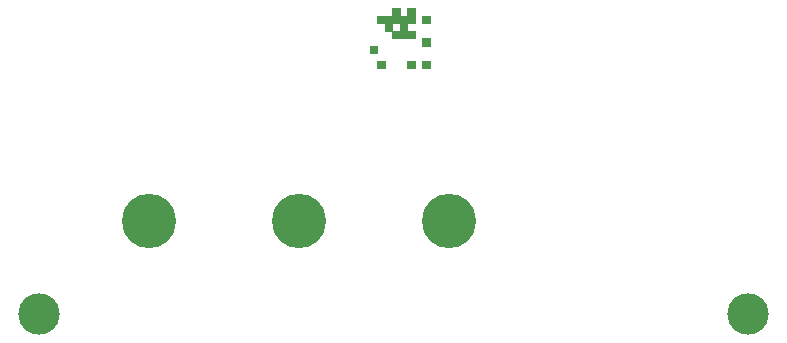
<source format=gbr>
%TF.GenerationSoftware,KiCad,Pcbnew,(5.1.12)-1*%
%TF.CreationDate,2022-02-28T21:35:26+00:00*%
%TF.ProjectId,RGBtoHDMI CDTV v2 - Face Plate - Lite,52474274-6f48-4444-9d49-204344545620,1*%
%TF.SameCoordinates,Original*%
%TF.FileFunction,Soldermask,Top*%
%TF.FilePolarity,Negative*%
%FSLAX46Y46*%
G04 Gerber Fmt 4.6, Leading zero omitted, Abs format (unit mm)*
G04 Created by KiCad (PCBNEW (5.1.12)-1) date 2022-02-28 21:35:26*
%MOMM*%
%LPD*%
G01*
G04 APERTURE LIST*
%ADD10C,0.100000*%
%ADD11C,4.600000*%
%ADD12C,3.500000*%
G04 APERTURE END LIST*
D10*
%TO.C,solarmon*%
G36*
X120650000Y-71170800D02*
G01*
X120015000Y-71170800D01*
X120015000Y-70535800D01*
X120650000Y-70535800D01*
X120650000Y-71170800D01*
G37*
X120650000Y-71170800D02*
X120015000Y-71170800D01*
X120015000Y-70535800D01*
X120650000Y-70535800D01*
X120650000Y-71170800D01*
G36*
X120650000Y-71805800D02*
G01*
X120015000Y-71805800D01*
X120015000Y-71170800D01*
X120650000Y-71170800D01*
X120650000Y-71805800D01*
G37*
X120650000Y-71805800D02*
X120015000Y-71805800D01*
X120015000Y-71170800D01*
X120650000Y-71170800D01*
X120650000Y-71805800D01*
G36*
X121285000Y-71805800D02*
G01*
X120650000Y-71805800D01*
X120650000Y-71170800D01*
X121285000Y-71170800D01*
X121285000Y-71805800D01*
G37*
X121285000Y-71805800D02*
X120650000Y-71805800D01*
X120650000Y-71170800D01*
X121285000Y-71170800D01*
X121285000Y-71805800D01*
G36*
X120015000Y-71805800D02*
G01*
X119380000Y-71805800D01*
X119380000Y-71170800D01*
X120015000Y-71170800D01*
X120015000Y-71805800D01*
G37*
X120015000Y-71805800D02*
X119380000Y-71805800D01*
X119380000Y-71170800D01*
X120015000Y-71170800D01*
X120015000Y-71805800D01*
G36*
X119380000Y-71170800D02*
G01*
X118745000Y-71170800D01*
X118745000Y-70535800D01*
X119380000Y-70535800D01*
X119380000Y-71170800D01*
G37*
X119380000Y-71170800D02*
X118745000Y-71170800D01*
X118745000Y-70535800D01*
X119380000Y-70535800D01*
X119380000Y-71170800D01*
G36*
X122555000Y-70535800D02*
G01*
X121920000Y-70535800D01*
X121920000Y-69900800D01*
X122555000Y-69900800D01*
X122555000Y-70535800D01*
G37*
X122555000Y-70535800D02*
X121920000Y-70535800D01*
X121920000Y-69900800D01*
X122555000Y-69900800D01*
X122555000Y-70535800D01*
G36*
X122555000Y-74345800D02*
G01*
X121920000Y-74345800D01*
X121920000Y-73710800D01*
X122555000Y-73710800D01*
X122555000Y-74345800D01*
G37*
X122555000Y-74345800D02*
X121920000Y-74345800D01*
X121920000Y-73710800D01*
X122555000Y-73710800D01*
X122555000Y-74345800D01*
G36*
X121285000Y-69900800D02*
G01*
X120650000Y-69900800D01*
X120650000Y-69265800D01*
X121285000Y-69265800D01*
X121285000Y-69900800D01*
G37*
X121285000Y-69900800D02*
X120650000Y-69900800D01*
X120650000Y-69265800D01*
X121285000Y-69265800D01*
X121285000Y-69900800D01*
G36*
X121285000Y-70535800D02*
G01*
X120650000Y-70535800D01*
X120650000Y-69900800D01*
X121285000Y-69900800D01*
X121285000Y-70535800D01*
G37*
X121285000Y-70535800D02*
X120650000Y-70535800D01*
X120650000Y-69900800D01*
X121285000Y-69900800D01*
X121285000Y-70535800D01*
G36*
X120650000Y-70535800D02*
G01*
X120015000Y-70535800D01*
X120015000Y-69900800D01*
X120650000Y-69900800D01*
X120650000Y-70535800D01*
G37*
X120650000Y-70535800D02*
X120015000Y-70535800D01*
X120015000Y-69900800D01*
X120650000Y-69900800D01*
X120650000Y-70535800D01*
G36*
X120015000Y-70535800D02*
G01*
X119380000Y-70535800D01*
X119380000Y-69900800D01*
X120015000Y-69900800D01*
X120015000Y-70535800D01*
G37*
X120015000Y-70535800D02*
X119380000Y-70535800D01*
X119380000Y-69900800D01*
X120015000Y-69900800D01*
X120015000Y-70535800D01*
G36*
X120015000Y-69900800D02*
G01*
X119380000Y-69900800D01*
X119380000Y-69265800D01*
X120015000Y-69265800D01*
X120015000Y-69900800D01*
G37*
X120015000Y-69900800D02*
X119380000Y-69900800D01*
X119380000Y-69265800D01*
X120015000Y-69265800D01*
X120015000Y-69900800D01*
G36*
X119380000Y-70535800D02*
G01*
X118745000Y-70535800D01*
X118745000Y-69900800D01*
X119380000Y-69900800D01*
X119380000Y-70535800D01*
G37*
X119380000Y-70535800D02*
X118745000Y-70535800D01*
X118745000Y-69900800D01*
X119380000Y-69900800D01*
X119380000Y-70535800D01*
G36*
X118745000Y-70535800D02*
G01*
X118110000Y-70535800D01*
X118110000Y-69900800D01*
X118745000Y-69900800D01*
X118745000Y-70535800D01*
G37*
X118745000Y-70535800D02*
X118110000Y-70535800D01*
X118110000Y-69900800D01*
X118745000Y-69900800D01*
X118745000Y-70535800D01*
G36*
X118110000Y-73075800D02*
G01*
X117475000Y-73075800D01*
X117475000Y-72440800D01*
X118110000Y-72440800D01*
X118110000Y-73075800D01*
G37*
X118110000Y-73075800D02*
X117475000Y-73075800D01*
X117475000Y-72440800D01*
X118110000Y-72440800D01*
X118110000Y-73075800D01*
G36*
X118745000Y-74345800D02*
G01*
X118110000Y-74345800D01*
X118110000Y-73710800D01*
X118745000Y-73710800D01*
X118745000Y-74345800D01*
G37*
X118745000Y-74345800D02*
X118110000Y-74345800D01*
X118110000Y-73710800D01*
X118745000Y-73710800D01*
X118745000Y-74345800D01*
G36*
X121285000Y-74345800D02*
G01*
X120650000Y-74345800D01*
X120650000Y-73710800D01*
X121285000Y-73710800D01*
X121285000Y-74345800D01*
G37*
X121285000Y-74345800D02*
X120650000Y-74345800D01*
X120650000Y-73710800D01*
X121285000Y-73710800D01*
X121285000Y-74345800D01*
G36*
X122555000Y-72440800D02*
G01*
X121920000Y-72440800D01*
X121920000Y-71805800D01*
X122555000Y-71805800D01*
X122555000Y-72440800D01*
G37*
X122555000Y-72440800D02*
X121920000Y-72440800D01*
X121920000Y-71805800D01*
X122555000Y-71805800D01*
X122555000Y-72440800D01*
%TD*%
D11*
%TO.C,UP*%
X124174000Y-87299800D03*
%TD*%
%TO.C,DOWN*%
X111474000Y-87249000D03*
%TD*%
%TO.C,SELECT*%
X98774000Y-87249000D03*
%TD*%
D12*
%TO.C,REF\u002A\u002A*%
X89509600Y-95135700D03*
%TD*%
%TO.C,REF\u002A\u002A*%
X149479000Y-95173800D03*
%TD*%
M02*

</source>
